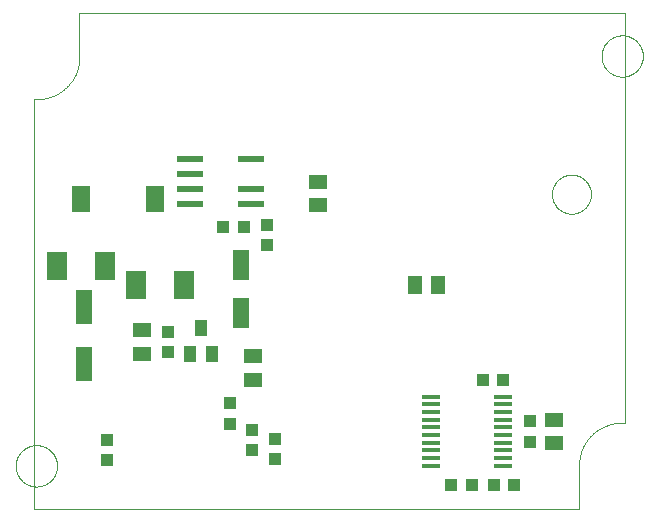
<source format=gtp>
G75*
%MOIN*%
%OFA0B0*%
%FSLAX25Y25*%
%IPPOS*%
%LPD*%
%AMOC8*
5,1,8,0,0,1.08239X$1,22.5*
%
%ADD10C,0.00394*%
%ADD11C,0.00000*%
%ADD12R,0.06496X0.01575*%
%ADD13R,0.04331X0.03937*%
%ADD14R,0.04134X0.04252*%
%ADD15R,0.04252X0.04134*%
%ADD16R,0.03937X0.04331*%
%ADD17R,0.05512X0.11811*%
%ADD18R,0.06299X0.05118*%
%ADD19R,0.08661X0.02362*%
%ADD20R,0.07087X0.09449*%
%ADD21R,0.05906X0.08661*%
%ADD22R,0.05512X0.10236*%
%ADD23R,0.05118X0.05906*%
%ADD24R,0.05906X0.05118*%
%ADD25R,0.03937X0.05512*%
D10*
X0014189Y0005042D02*
X0195882Y0005042D01*
X0195882Y0019609D02*
X0195886Y0019951D01*
X0195899Y0020294D01*
X0195919Y0020636D01*
X0195948Y0020977D01*
X0195985Y0021317D01*
X0196031Y0021657D01*
X0196084Y0021995D01*
X0196146Y0022332D01*
X0196216Y0022667D01*
X0196294Y0023001D01*
X0196380Y0023332D01*
X0196474Y0023662D01*
X0196576Y0023989D01*
X0196685Y0024313D01*
X0196803Y0024635D01*
X0196928Y0024954D01*
X0197061Y0025269D01*
X0197202Y0025582D01*
X0197350Y0025890D01*
X0197505Y0026196D01*
X0197668Y0026497D01*
X0197838Y0026794D01*
X0198015Y0027087D01*
X0198200Y0027376D01*
X0198391Y0027660D01*
X0198589Y0027940D01*
X0198793Y0028214D01*
X0199005Y0028484D01*
X0199222Y0028748D01*
X0199446Y0029007D01*
X0199677Y0029261D01*
X0199913Y0029509D01*
X0200155Y0029751D01*
X0200403Y0029987D01*
X0200657Y0030218D01*
X0200916Y0030442D01*
X0201180Y0030659D01*
X0201450Y0030871D01*
X0201724Y0031075D01*
X0202004Y0031273D01*
X0202288Y0031464D01*
X0202577Y0031649D01*
X0202870Y0031826D01*
X0203167Y0031996D01*
X0203468Y0032159D01*
X0203774Y0032314D01*
X0204082Y0032462D01*
X0204395Y0032603D01*
X0204710Y0032736D01*
X0205029Y0032861D01*
X0205351Y0032979D01*
X0205675Y0033088D01*
X0206002Y0033190D01*
X0206332Y0033284D01*
X0206663Y0033370D01*
X0206997Y0033448D01*
X0207332Y0033518D01*
X0207669Y0033580D01*
X0208007Y0033633D01*
X0208347Y0033679D01*
X0208687Y0033716D01*
X0209028Y0033745D01*
X0209370Y0033765D01*
X0209713Y0033778D01*
X0210055Y0033782D01*
X0211039Y0033782D02*
X0211039Y0170396D01*
X0029346Y0170396D01*
X0029346Y0155830D01*
X0029342Y0155488D01*
X0029329Y0155145D01*
X0029309Y0154803D01*
X0029280Y0154462D01*
X0029243Y0154122D01*
X0029197Y0153782D01*
X0029144Y0153444D01*
X0029082Y0153107D01*
X0029012Y0152772D01*
X0028934Y0152438D01*
X0028848Y0152107D01*
X0028754Y0151777D01*
X0028652Y0151450D01*
X0028543Y0151126D01*
X0028425Y0150804D01*
X0028300Y0150485D01*
X0028167Y0150170D01*
X0028026Y0149857D01*
X0027878Y0149549D01*
X0027723Y0149243D01*
X0027560Y0148942D01*
X0027390Y0148645D01*
X0027213Y0148352D01*
X0027028Y0148063D01*
X0026837Y0147779D01*
X0026639Y0147499D01*
X0026435Y0147225D01*
X0026223Y0146955D01*
X0026006Y0146691D01*
X0025782Y0146432D01*
X0025551Y0146178D01*
X0025315Y0145930D01*
X0025073Y0145688D01*
X0024825Y0145452D01*
X0024571Y0145221D01*
X0024312Y0144997D01*
X0024048Y0144780D01*
X0023778Y0144568D01*
X0023504Y0144364D01*
X0023224Y0144166D01*
X0022940Y0143975D01*
X0022651Y0143790D01*
X0022358Y0143613D01*
X0022061Y0143443D01*
X0021760Y0143280D01*
X0021454Y0143125D01*
X0021146Y0142977D01*
X0020833Y0142836D01*
X0020518Y0142703D01*
X0020199Y0142578D01*
X0019877Y0142460D01*
X0019553Y0142351D01*
X0019226Y0142249D01*
X0018896Y0142155D01*
X0018565Y0142069D01*
X0018231Y0141991D01*
X0017896Y0141921D01*
X0017559Y0141859D01*
X0017221Y0141806D01*
X0016881Y0141760D01*
X0016541Y0141723D01*
X0016200Y0141694D01*
X0015858Y0141674D01*
X0015515Y0141661D01*
X0015173Y0141657D01*
X0014189Y0141656D02*
X0014189Y0005042D01*
D11*
X0008086Y0019412D02*
X0008088Y0019581D01*
X0008094Y0019750D01*
X0008105Y0019919D01*
X0008119Y0020087D01*
X0008138Y0020255D01*
X0008161Y0020423D01*
X0008187Y0020590D01*
X0008218Y0020756D01*
X0008253Y0020922D01*
X0008292Y0021086D01*
X0008336Y0021250D01*
X0008383Y0021412D01*
X0008434Y0021573D01*
X0008489Y0021733D01*
X0008548Y0021892D01*
X0008610Y0022049D01*
X0008677Y0022204D01*
X0008748Y0022358D01*
X0008822Y0022510D01*
X0008900Y0022660D01*
X0008981Y0022808D01*
X0009066Y0022954D01*
X0009155Y0023098D01*
X0009247Y0023240D01*
X0009343Y0023379D01*
X0009442Y0023516D01*
X0009544Y0023651D01*
X0009650Y0023783D01*
X0009759Y0023912D01*
X0009871Y0024039D01*
X0009986Y0024163D01*
X0010104Y0024284D01*
X0010225Y0024402D01*
X0010349Y0024517D01*
X0010476Y0024629D01*
X0010605Y0024738D01*
X0010737Y0024844D01*
X0010872Y0024946D01*
X0011009Y0025045D01*
X0011148Y0025141D01*
X0011290Y0025233D01*
X0011434Y0025322D01*
X0011580Y0025407D01*
X0011728Y0025488D01*
X0011878Y0025566D01*
X0012030Y0025640D01*
X0012184Y0025711D01*
X0012339Y0025778D01*
X0012496Y0025840D01*
X0012655Y0025899D01*
X0012815Y0025954D01*
X0012976Y0026005D01*
X0013138Y0026052D01*
X0013302Y0026096D01*
X0013466Y0026135D01*
X0013632Y0026170D01*
X0013798Y0026201D01*
X0013965Y0026227D01*
X0014133Y0026250D01*
X0014301Y0026269D01*
X0014469Y0026283D01*
X0014638Y0026294D01*
X0014807Y0026300D01*
X0014976Y0026302D01*
X0015145Y0026300D01*
X0015314Y0026294D01*
X0015483Y0026283D01*
X0015651Y0026269D01*
X0015819Y0026250D01*
X0015987Y0026227D01*
X0016154Y0026201D01*
X0016320Y0026170D01*
X0016486Y0026135D01*
X0016650Y0026096D01*
X0016814Y0026052D01*
X0016976Y0026005D01*
X0017137Y0025954D01*
X0017297Y0025899D01*
X0017456Y0025840D01*
X0017613Y0025778D01*
X0017768Y0025711D01*
X0017922Y0025640D01*
X0018074Y0025566D01*
X0018224Y0025488D01*
X0018372Y0025407D01*
X0018518Y0025322D01*
X0018662Y0025233D01*
X0018804Y0025141D01*
X0018943Y0025045D01*
X0019080Y0024946D01*
X0019215Y0024844D01*
X0019347Y0024738D01*
X0019476Y0024629D01*
X0019603Y0024517D01*
X0019727Y0024402D01*
X0019848Y0024284D01*
X0019966Y0024163D01*
X0020081Y0024039D01*
X0020193Y0023912D01*
X0020302Y0023783D01*
X0020408Y0023651D01*
X0020510Y0023516D01*
X0020609Y0023379D01*
X0020705Y0023240D01*
X0020797Y0023098D01*
X0020886Y0022954D01*
X0020971Y0022808D01*
X0021052Y0022660D01*
X0021130Y0022510D01*
X0021204Y0022358D01*
X0021275Y0022204D01*
X0021342Y0022049D01*
X0021404Y0021892D01*
X0021463Y0021733D01*
X0021518Y0021573D01*
X0021569Y0021412D01*
X0021616Y0021250D01*
X0021660Y0021086D01*
X0021699Y0020922D01*
X0021734Y0020756D01*
X0021765Y0020590D01*
X0021791Y0020423D01*
X0021814Y0020255D01*
X0021833Y0020087D01*
X0021847Y0019919D01*
X0021858Y0019750D01*
X0021864Y0019581D01*
X0021866Y0019412D01*
X0021864Y0019243D01*
X0021858Y0019074D01*
X0021847Y0018905D01*
X0021833Y0018737D01*
X0021814Y0018569D01*
X0021791Y0018401D01*
X0021765Y0018234D01*
X0021734Y0018068D01*
X0021699Y0017902D01*
X0021660Y0017738D01*
X0021616Y0017574D01*
X0021569Y0017412D01*
X0021518Y0017251D01*
X0021463Y0017091D01*
X0021404Y0016932D01*
X0021342Y0016775D01*
X0021275Y0016620D01*
X0021204Y0016466D01*
X0021130Y0016314D01*
X0021052Y0016164D01*
X0020971Y0016016D01*
X0020886Y0015870D01*
X0020797Y0015726D01*
X0020705Y0015584D01*
X0020609Y0015445D01*
X0020510Y0015308D01*
X0020408Y0015173D01*
X0020302Y0015041D01*
X0020193Y0014912D01*
X0020081Y0014785D01*
X0019966Y0014661D01*
X0019848Y0014540D01*
X0019727Y0014422D01*
X0019603Y0014307D01*
X0019476Y0014195D01*
X0019347Y0014086D01*
X0019215Y0013980D01*
X0019080Y0013878D01*
X0018943Y0013779D01*
X0018804Y0013683D01*
X0018662Y0013591D01*
X0018518Y0013502D01*
X0018372Y0013417D01*
X0018224Y0013336D01*
X0018074Y0013258D01*
X0017922Y0013184D01*
X0017768Y0013113D01*
X0017613Y0013046D01*
X0017456Y0012984D01*
X0017297Y0012925D01*
X0017137Y0012870D01*
X0016976Y0012819D01*
X0016814Y0012772D01*
X0016650Y0012728D01*
X0016486Y0012689D01*
X0016320Y0012654D01*
X0016154Y0012623D01*
X0015987Y0012597D01*
X0015819Y0012574D01*
X0015651Y0012555D01*
X0015483Y0012541D01*
X0015314Y0012530D01*
X0015145Y0012524D01*
X0014976Y0012522D01*
X0014807Y0012524D01*
X0014638Y0012530D01*
X0014469Y0012541D01*
X0014301Y0012555D01*
X0014133Y0012574D01*
X0013965Y0012597D01*
X0013798Y0012623D01*
X0013632Y0012654D01*
X0013466Y0012689D01*
X0013302Y0012728D01*
X0013138Y0012772D01*
X0012976Y0012819D01*
X0012815Y0012870D01*
X0012655Y0012925D01*
X0012496Y0012984D01*
X0012339Y0013046D01*
X0012184Y0013113D01*
X0012030Y0013184D01*
X0011878Y0013258D01*
X0011728Y0013336D01*
X0011580Y0013417D01*
X0011434Y0013502D01*
X0011290Y0013591D01*
X0011148Y0013683D01*
X0011009Y0013779D01*
X0010872Y0013878D01*
X0010737Y0013980D01*
X0010605Y0014086D01*
X0010476Y0014195D01*
X0010349Y0014307D01*
X0010225Y0014422D01*
X0010104Y0014540D01*
X0009986Y0014661D01*
X0009871Y0014785D01*
X0009759Y0014912D01*
X0009650Y0015041D01*
X0009544Y0015173D01*
X0009442Y0015308D01*
X0009343Y0015445D01*
X0009247Y0015584D01*
X0009155Y0015726D01*
X0009066Y0015870D01*
X0008981Y0016016D01*
X0008900Y0016164D01*
X0008822Y0016314D01*
X0008748Y0016466D01*
X0008677Y0016620D01*
X0008610Y0016775D01*
X0008548Y0016932D01*
X0008489Y0017091D01*
X0008434Y0017251D01*
X0008383Y0017412D01*
X0008336Y0017574D01*
X0008292Y0017738D01*
X0008253Y0017902D01*
X0008218Y0018068D01*
X0008187Y0018234D01*
X0008161Y0018401D01*
X0008138Y0018569D01*
X0008119Y0018737D01*
X0008105Y0018905D01*
X0008094Y0019074D01*
X0008088Y0019243D01*
X0008086Y0019412D01*
X0014189Y0141656D02*
X0015173Y0141656D01*
X0186854Y0109971D02*
X0186856Y0110132D01*
X0186862Y0110292D01*
X0186872Y0110453D01*
X0186886Y0110613D01*
X0186904Y0110773D01*
X0186925Y0110932D01*
X0186951Y0111091D01*
X0186981Y0111249D01*
X0187014Y0111406D01*
X0187052Y0111563D01*
X0187093Y0111718D01*
X0187138Y0111872D01*
X0187187Y0112025D01*
X0187240Y0112177D01*
X0187296Y0112328D01*
X0187357Y0112477D01*
X0187420Y0112625D01*
X0187488Y0112771D01*
X0187559Y0112915D01*
X0187633Y0113057D01*
X0187711Y0113198D01*
X0187793Y0113336D01*
X0187878Y0113473D01*
X0187966Y0113607D01*
X0188058Y0113739D01*
X0188153Y0113869D01*
X0188251Y0113997D01*
X0188352Y0114122D01*
X0188456Y0114244D01*
X0188563Y0114364D01*
X0188673Y0114481D01*
X0188786Y0114596D01*
X0188902Y0114707D01*
X0189021Y0114816D01*
X0189142Y0114921D01*
X0189266Y0115024D01*
X0189392Y0115124D01*
X0189520Y0115220D01*
X0189651Y0115313D01*
X0189785Y0115403D01*
X0189920Y0115490D01*
X0190058Y0115573D01*
X0190197Y0115653D01*
X0190339Y0115729D01*
X0190482Y0115802D01*
X0190627Y0115871D01*
X0190774Y0115937D01*
X0190922Y0115999D01*
X0191072Y0116057D01*
X0191223Y0116112D01*
X0191376Y0116163D01*
X0191530Y0116210D01*
X0191685Y0116253D01*
X0191841Y0116292D01*
X0191997Y0116328D01*
X0192155Y0116359D01*
X0192313Y0116387D01*
X0192472Y0116411D01*
X0192632Y0116431D01*
X0192792Y0116447D01*
X0192952Y0116459D01*
X0193113Y0116467D01*
X0193274Y0116471D01*
X0193434Y0116471D01*
X0193595Y0116467D01*
X0193756Y0116459D01*
X0193916Y0116447D01*
X0194076Y0116431D01*
X0194236Y0116411D01*
X0194395Y0116387D01*
X0194553Y0116359D01*
X0194711Y0116328D01*
X0194867Y0116292D01*
X0195023Y0116253D01*
X0195178Y0116210D01*
X0195332Y0116163D01*
X0195485Y0116112D01*
X0195636Y0116057D01*
X0195786Y0115999D01*
X0195934Y0115937D01*
X0196081Y0115871D01*
X0196226Y0115802D01*
X0196369Y0115729D01*
X0196511Y0115653D01*
X0196650Y0115573D01*
X0196788Y0115490D01*
X0196923Y0115403D01*
X0197057Y0115313D01*
X0197188Y0115220D01*
X0197316Y0115124D01*
X0197442Y0115024D01*
X0197566Y0114921D01*
X0197687Y0114816D01*
X0197806Y0114707D01*
X0197922Y0114596D01*
X0198035Y0114481D01*
X0198145Y0114364D01*
X0198252Y0114244D01*
X0198356Y0114122D01*
X0198457Y0113997D01*
X0198555Y0113869D01*
X0198650Y0113739D01*
X0198742Y0113607D01*
X0198830Y0113473D01*
X0198915Y0113336D01*
X0198997Y0113198D01*
X0199075Y0113057D01*
X0199149Y0112915D01*
X0199220Y0112771D01*
X0199288Y0112625D01*
X0199351Y0112477D01*
X0199412Y0112328D01*
X0199468Y0112177D01*
X0199521Y0112025D01*
X0199570Y0111872D01*
X0199615Y0111718D01*
X0199656Y0111563D01*
X0199694Y0111406D01*
X0199727Y0111249D01*
X0199757Y0111091D01*
X0199783Y0110932D01*
X0199804Y0110773D01*
X0199822Y0110613D01*
X0199836Y0110453D01*
X0199846Y0110292D01*
X0199852Y0110132D01*
X0199854Y0109971D01*
X0199852Y0109810D01*
X0199846Y0109650D01*
X0199836Y0109489D01*
X0199822Y0109329D01*
X0199804Y0109169D01*
X0199783Y0109010D01*
X0199757Y0108851D01*
X0199727Y0108693D01*
X0199694Y0108536D01*
X0199656Y0108379D01*
X0199615Y0108224D01*
X0199570Y0108070D01*
X0199521Y0107917D01*
X0199468Y0107765D01*
X0199412Y0107614D01*
X0199351Y0107465D01*
X0199288Y0107317D01*
X0199220Y0107171D01*
X0199149Y0107027D01*
X0199075Y0106885D01*
X0198997Y0106744D01*
X0198915Y0106606D01*
X0198830Y0106469D01*
X0198742Y0106335D01*
X0198650Y0106203D01*
X0198555Y0106073D01*
X0198457Y0105945D01*
X0198356Y0105820D01*
X0198252Y0105698D01*
X0198145Y0105578D01*
X0198035Y0105461D01*
X0197922Y0105346D01*
X0197806Y0105235D01*
X0197687Y0105126D01*
X0197566Y0105021D01*
X0197442Y0104918D01*
X0197316Y0104818D01*
X0197188Y0104722D01*
X0197057Y0104629D01*
X0196923Y0104539D01*
X0196788Y0104452D01*
X0196650Y0104369D01*
X0196511Y0104289D01*
X0196369Y0104213D01*
X0196226Y0104140D01*
X0196081Y0104071D01*
X0195934Y0104005D01*
X0195786Y0103943D01*
X0195636Y0103885D01*
X0195485Y0103830D01*
X0195332Y0103779D01*
X0195178Y0103732D01*
X0195023Y0103689D01*
X0194867Y0103650D01*
X0194711Y0103614D01*
X0194553Y0103583D01*
X0194395Y0103555D01*
X0194236Y0103531D01*
X0194076Y0103511D01*
X0193916Y0103495D01*
X0193756Y0103483D01*
X0193595Y0103475D01*
X0193434Y0103471D01*
X0193274Y0103471D01*
X0193113Y0103475D01*
X0192952Y0103483D01*
X0192792Y0103495D01*
X0192632Y0103511D01*
X0192472Y0103531D01*
X0192313Y0103555D01*
X0192155Y0103583D01*
X0191997Y0103614D01*
X0191841Y0103650D01*
X0191685Y0103689D01*
X0191530Y0103732D01*
X0191376Y0103779D01*
X0191223Y0103830D01*
X0191072Y0103885D01*
X0190922Y0103943D01*
X0190774Y0104005D01*
X0190627Y0104071D01*
X0190482Y0104140D01*
X0190339Y0104213D01*
X0190197Y0104289D01*
X0190058Y0104369D01*
X0189920Y0104452D01*
X0189785Y0104539D01*
X0189651Y0104629D01*
X0189520Y0104722D01*
X0189392Y0104818D01*
X0189266Y0104918D01*
X0189142Y0105021D01*
X0189021Y0105126D01*
X0188902Y0105235D01*
X0188786Y0105346D01*
X0188673Y0105461D01*
X0188563Y0105578D01*
X0188456Y0105698D01*
X0188352Y0105820D01*
X0188251Y0105945D01*
X0188153Y0106073D01*
X0188058Y0106203D01*
X0187966Y0106335D01*
X0187878Y0106469D01*
X0187793Y0106606D01*
X0187711Y0106744D01*
X0187633Y0106885D01*
X0187559Y0107027D01*
X0187488Y0107171D01*
X0187420Y0107317D01*
X0187357Y0107465D01*
X0187296Y0107614D01*
X0187240Y0107765D01*
X0187187Y0107917D01*
X0187138Y0108070D01*
X0187093Y0108224D01*
X0187052Y0108379D01*
X0187014Y0108536D01*
X0186981Y0108693D01*
X0186951Y0108851D01*
X0186925Y0109010D01*
X0186904Y0109169D01*
X0186886Y0109329D01*
X0186872Y0109489D01*
X0186862Y0109650D01*
X0186856Y0109810D01*
X0186854Y0109971D01*
X0203362Y0156026D02*
X0203364Y0156195D01*
X0203370Y0156364D01*
X0203381Y0156533D01*
X0203395Y0156701D01*
X0203414Y0156869D01*
X0203437Y0157037D01*
X0203463Y0157204D01*
X0203494Y0157370D01*
X0203529Y0157536D01*
X0203568Y0157700D01*
X0203612Y0157864D01*
X0203659Y0158026D01*
X0203710Y0158187D01*
X0203765Y0158347D01*
X0203824Y0158506D01*
X0203886Y0158663D01*
X0203953Y0158818D01*
X0204024Y0158972D01*
X0204098Y0159124D01*
X0204176Y0159274D01*
X0204257Y0159422D01*
X0204342Y0159568D01*
X0204431Y0159712D01*
X0204523Y0159854D01*
X0204619Y0159993D01*
X0204718Y0160130D01*
X0204820Y0160265D01*
X0204926Y0160397D01*
X0205035Y0160526D01*
X0205147Y0160653D01*
X0205262Y0160777D01*
X0205380Y0160898D01*
X0205501Y0161016D01*
X0205625Y0161131D01*
X0205752Y0161243D01*
X0205881Y0161352D01*
X0206013Y0161458D01*
X0206148Y0161560D01*
X0206285Y0161659D01*
X0206424Y0161755D01*
X0206566Y0161847D01*
X0206710Y0161936D01*
X0206856Y0162021D01*
X0207004Y0162102D01*
X0207154Y0162180D01*
X0207306Y0162254D01*
X0207460Y0162325D01*
X0207615Y0162392D01*
X0207772Y0162454D01*
X0207931Y0162513D01*
X0208091Y0162568D01*
X0208252Y0162619D01*
X0208414Y0162666D01*
X0208578Y0162710D01*
X0208742Y0162749D01*
X0208908Y0162784D01*
X0209074Y0162815D01*
X0209241Y0162841D01*
X0209409Y0162864D01*
X0209577Y0162883D01*
X0209745Y0162897D01*
X0209914Y0162908D01*
X0210083Y0162914D01*
X0210252Y0162916D01*
X0210421Y0162914D01*
X0210590Y0162908D01*
X0210759Y0162897D01*
X0210927Y0162883D01*
X0211095Y0162864D01*
X0211263Y0162841D01*
X0211430Y0162815D01*
X0211596Y0162784D01*
X0211762Y0162749D01*
X0211926Y0162710D01*
X0212090Y0162666D01*
X0212252Y0162619D01*
X0212413Y0162568D01*
X0212573Y0162513D01*
X0212732Y0162454D01*
X0212889Y0162392D01*
X0213044Y0162325D01*
X0213198Y0162254D01*
X0213350Y0162180D01*
X0213500Y0162102D01*
X0213648Y0162021D01*
X0213794Y0161936D01*
X0213938Y0161847D01*
X0214080Y0161755D01*
X0214219Y0161659D01*
X0214356Y0161560D01*
X0214491Y0161458D01*
X0214623Y0161352D01*
X0214752Y0161243D01*
X0214879Y0161131D01*
X0215003Y0161016D01*
X0215124Y0160898D01*
X0215242Y0160777D01*
X0215357Y0160653D01*
X0215469Y0160526D01*
X0215578Y0160397D01*
X0215684Y0160265D01*
X0215786Y0160130D01*
X0215885Y0159993D01*
X0215981Y0159854D01*
X0216073Y0159712D01*
X0216162Y0159568D01*
X0216247Y0159422D01*
X0216328Y0159274D01*
X0216406Y0159124D01*
X0216480Y0158972D01*
X0216551Y0158818D01*
X0216618Y0158663D01*
X0216680Y0158506D01*
X0216739Y0158347D01*
X0216794Y0158187D01*
X0216845Y0158026D01*
X0216892Y0157864D01*
X0216936Y0157700D01*
X0216975Y0157536D01*
X0217010Y0157370D01*
X0217041Y0157204D01*
X0217067Y0157037D01*
X0217090Y0156869D01*
X0217109Y0156701D01*
X0217123Y0156533D01*
X0217134Y0156364D01*
X0217140Y0156195D01*
X0217142Y0156026D01*
X0217140Y0155857D01*
X0217134Y0155688D01*
X0217123Y0155519D01*
X0217109Y0155351D01*
X0217090Y0155183D01*
X0217067Y0155015D01*
X0217041Y0154848D01*
X0217010Y0154682D01*
X0216975Y0154516D01*
X0216936Y0154352D01*
X0216892Y0154188D01*
X0216845Y0154026D01*
X0216794Y0153865D01*
X0216739Y0153705D01*
X0216680Y0153546D01*
X0216618Y0153389D01*
X0216551Y0153234D01*
X0216480Y0153080D01*
X0216406Y0152928D01*
X0216328Y0152778D01*
X0216247Y0152630D01*
X0216162Y0152484D01*
X0216073Y0152340D01*
X0215981Y0152198D01*
X0215885Y0152059D01*
X0215786Y0151922D01*
X0215684Y0151787D01*
X0215578Y0151655D01*
X0215469Y0151526D01*
X0215357Y0151399D01*
X0215242Y0151275D01*
X0215124Y0151154D01*
X0215003Y0151036D01*
X0214879Y0150921D01*
X0214752Y0150809D01*
X0214623Y0150700D01*
X0214491Y0150594D01*
X0214356Y0150492D01*
X0214219Y0150393D01*
X0214080Y0150297D01*
X0213938Y0150205D01*
X0213794Y0150116D01*
X0213648Y0150031D01*
X0213500Y0149950D01*
X0213350Y0149872D01*
X0213198Y0149798D01*
X0213044Y0149727D01*
X0212889Y0149660D01*
X0212732Y0149598D01*
X0212573Y0149539D01*
X0212413Y0149484D01*
X0212252Y0149433D01*
X0212090Y0149386D01*
X0211926Y0149342D01*
X0211762Y0149303D01*
X0211596Y0149268D01*
X0211430Y0149237D01*
X0211263Y0149211D01*
X0211095Y0149188D01*
X0210927Y0149169D01*
X0210759Y0149155D01*
X0210590Y0149144D01*
X0210421Y0149138D01*
X0210252Y0149136D01*
X0210083Y0149138D01*
X0209914Y0149144D01*
X0209745Y0149155D01*
X0209577Y0149169D01*
X0209409Y0149188D01*
X0209241Y0149211D01*
X0209074Y0149237D01*
X0208908Y0149268D01*
X0208742Y0149303D01*
X0208578Y0149342D01*
X0208414Y0149386D01*
X0208252Y0149433D01*
X0208091Y0149484D01*
X0207931Y0149539D01*
X0207772Y0149598D01*
X0207615Y0149660D01*
X0207460Y0149727D01*
X0207306Y0149798D01*
X0207154Y0149872D01*
X0207004Y0149950D01*
X0206856Y0150031D01*
X0206710Y0150116D01*
X0206566Y0150205D01*
X0206424Y0150297D01*
X0206285Y0150393D01*
X0206148Y0150492D01*
X0206013Y0150594D01*
X0205881Y0150700D01*
X0205752Y0150809D01*
X0205625Y0150921D01*
X0205501Y0151036D01*
X0205380Y0151154D01*
X0205262Y0151275D01*
X0205147Y0151399D01*
X0205035Y0151526D01*
X0204926Y0151655D01*
X0204820Y0151787D01*
X0204718Y0151922D01*
X0204619Y0152059D01*
X0204523Y0152198D01*
X0204431Y0152340D01*
X0204342Y0152484D01*
X0204257Y0152630D01*
X0204176Y0152778D01*
X0204098Y0152928D01*
X0204024Y0153080D01*
X0203953Y0153234D01*
X0203886Y0153389D01*
X0203824Y0153546D01*
X0203765Y0153705D01*
X0203710Y0153865D01*
X0203659Y0154026D01*
X0203612Y0154188D01*
X0203568Y0154352D01*
X0203529Y0154516D01*
X0203494Y0154682D01*
X0203463Y0154848D01*
X0203437Y0155015D01*
X0203414Y0155183D01*
X0203395Y0155351D01*
X0203381Y0155519D01*
X0203370Y0155688D01*
X0203364Y0155857D01*
X0203362Y0156026D01*
X0210055Y0033782D02*
X0211039Y0033782D01*
X0195882Y0019609D02*
X0195882Y0005042D01*
D12*
X0170508Y0019471D03*
X0170508Y0022030D03*
X0170508Y0024589D03*
X0170508Y0027148D03*
X0170508Y0029707D03*
X0170508Y0032267D03*
X0170508Y0034826D03*
X0170508Y0037385D03*
X0170508Y0039944D03*
X0170508Y0042503D03*
X0146492Y0042503D03*
X0146492Y0039944D03*
X0146492Y0037385D03*
X0146492Y0034826D03*
X0146492Y0032267D03*
X0146492Y0029707D03*
X0146492Y0027148D03*
X0146492Y0024589D03*
X0146492Y0022030D03*
X0146492Y0019471D03*
D13*
X0094500Y0021822D03*
X0086894Y0024534D03*
X0094500Y0028515D03*
X0086894Y0031227D03*
X0038610Y0028050D03*
X0038610Y0021357D03*
X0092012Y0093042D03*
X0092012Y0099735D03*
D14*
X0153323Y0012877D03*
X0160213Y0012877D03*
D15*
X0179543Y0027495D03*
X0179543Y0034385D03*
X0079441Y0033495D03*
X0079441Y0040385D03*
X0058909Y0057298D03*
X0058909Y0064188D03*
D16*
X0077335Y0099078D03*
X0084028Y0099078D03*
X0163815Y0047936D03*
X0170508Y0047936D03*
X0167555Y0013074D03*
X0174248Y0013074D03*
D17*
X0031000Y0053318D03*
X0031000Y0072215D03*
D18*
X0050150Y0064680D03*
X0050150Y0056806D03*
X0087236Y0055932D03*
X0087236Y0048058D03*
X0187535Y0034810D03*
X0187535Y0026936D03*
D19*
X0086591Y0106857D03*
X0086591Y0111857D03*
X0086591Y0121857D03*
X0066118Y0121857D03*
X0066118Y0116857D03*
X0066118Y0111857D03*
X0066118Y0106857D03*
D20*
X0037949Y0085896D03*
X0048280Y0079570D03*
X0064224Y0079570D03*
X0022004Y0085896D03*
D21*
X0029768Y0108353D03*
X0054571Y0108353D03*
D22*
X0083083Y0086432D03*
X0083083Y0070290D03*
D23*
X0141252Y0079837D03*
X0148732Y0079837D03*
D24*
X0108736Y0106436D03*
X0108736Y0113916D03*
D25*
X0069874Y0065456D03*
X0066134Y0056794D03*
X0073614Y0056794D03*
M02*

</source>
